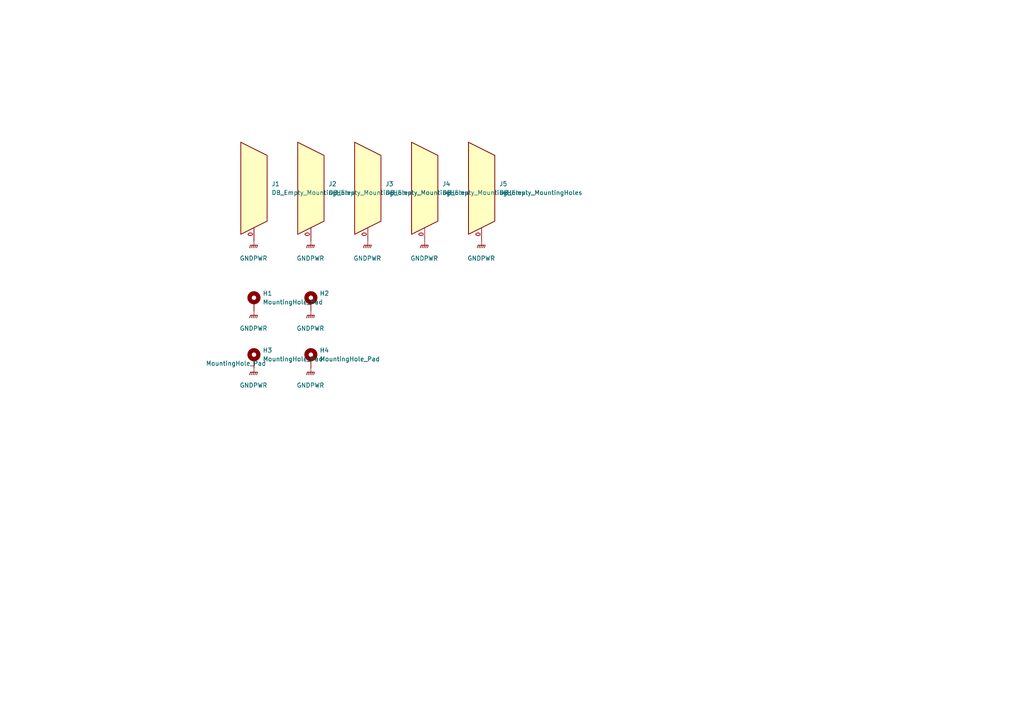
<source format=kicad_sch>
(kicad_sch (version 20211123) (generator eeschema)
  (paper "A4")
  (title_block (title "Front Panel ") (date "2023-01-23") (rev "A") (company "https://github.com/peterheinrich/DA20-C1-ProcedureTrainer ") (comment 1 "Open Hardware ") (comment 2 "License: CERN-OHL-P ") (comment 3 "© 2023 by Peter Heinrich ") (comment 4 "DA20 Hardware Cockpit Simulator Project"))
  (lib_symbols
    (symbol "Mechanical:MountingHole_Pad" (pin_numbers hide) (pin_names (offset 1.016) hide)
      (property "Reference" "H" (at 0 6.35 0))
      (property "Value" "MountingHole_Pad" (at 0 4.445 0))
      (symbol "MountingHole_Pad_0_1"
        (circle (center 0 1.27) (radius 1.27) (stroke (width 1.27)))
      )
      (symbol "MountingHole_Pad_1_1"
        (pin input line (at 0 -2.54 90) (length 2.54) (name "1") (number "1"))
      )
    )
    (symbol "db_cutout_mountingholes:DB_Empty_MountingHoles" (pin_names (offset 1.016) hide)
      (property "Reference" "J?" (at 5.08 1.2701 0))
      (property "Value" "DB9_Female_MountingHoles" (at 5.08 -1.2699 0))
      (symbol "DB_Empty_MountingHoles_0_1"
        (polyline (pts (xy -3.81 13.335) (xy -3.81 -13.335) (xy 3.81 -9.525) (xy 3.81 9.525) (xy -3.81 13.335)) (stroke (width 0.254)) (fill (type background)))
      )
      (symbol "DB_Empty_MountingHoles_1_1"
        (pin passive line (at 0 -15.24 90) (length 3.81) (name "PAD") (number "0"))
      )
    )
    (symbol "power:GNDPWR" (power) (pin_names (offset 0))
      (property "Value" "GNDPWR" (at 0 -3.302 0))
      (symbol "GNDPWR_0_1"
        (polyline (pts (xy 0 -1.27) (xy 0 0)))
        (polyline (pts (xy -1.016 -1.27) (xy -1.27 -2.032) (xy -1.27 -2.032)) (stroke (width 0.2032)))
        (polyline (pts (xy -0.508 -1.27) (xy -0.762 -2.032) (xy -0.762 -2.032)) (stroke (width 0.2032)))
        (polyline (pts (xy 0 -1.27) (xy -0.254 -2.032) (xy -0.254 -2.032)) (stroke (width 0.2032)))
        (polyline (pts (xy 0.508 -1.27) (xy 0.254 -2.032) (xy 0.254 -2.032)) (stroke (width 0.2032)))
        (polyline (pts (xy 1.016 -1.27) (xy -1.016 -1.27) (xy -1.016 -1.27)) (stroke (width 0.2032)))
        (polyline (pts (xy 1.016 -1.27) (xy 0.762 -2.032) (xy 0.762 -2.032) (xy 0.762 -2.032)) (stroke (width 0.2032)))
      )
      (symbol "GNDPWR_1_1"
        (pin power_in line (at 0 0 270) (length 0) hide (name "GNDPWR") (number "1"))
      )
    )
  )
  (symbol (lib_id "db_cutout_mountingholes:DB_Empty_MountingHoles") (at 123.19 54.61 0) (unit 1)
    (property "Reference" "J4" (at 128.27 53.3399 0) (effects (justify left)))
    (property "Value" "DB_Empty_MountingHoles" (at 128.27 55.8799 0) (effects (justify left)))
    (property "Footprint" "dsub_cutouts:DSUB-25_Cutout_MountingHoles" (effects hide))
    (property "Datasheet" " ~" (effects hide))
  )
  (symbol (lib_id "Mechanical:MountingHole_Pad") (at 73.66 87.63 0) (unit 1)
    (property "Reference" "H1" (at 76.2 85.0899 0) (effects (justify left)))
    (property "Value" "MountingHole_Pad" (at 76.2 87.6299 0) (effects (justify left)))
    (property "Footprint" "MountingHole:MountingHole_3.2mm_M3_DIN965_Pad" (effects hide))
  )
  (symbol (lib_id "power:GNDPWR") (at 73.66 69.85 0) (unit 1)
    (property "Reference" "#PWR01" (effects hide))
    (property "Value" "GNDPWR" (at 73.533 74.93 0))
  )
  (symbol (lib_id "Mechanical:MountingHole_Pad") (at 73.66 104.14 0) (unit 1)
    (property "Reference" "H3" (at 76.2 101.5999 0) (effects (justify left)))
    (property "Value" "MountingHole_Pad" (at 76.2 104.1399 0) (effects (justify left)))
    (property "Footprint" "MountingHole:MountingHole_3.2mm_M3_DIN965_Pad" (effects hide))
  )
  (symbol (lib_id "db_cutout_mountingholes:DB_Empty_MountingHoles") (at 106.68 54.61 0) (unit 1)
    (property "Reference" "J3" (at 111.76 53.3399 0) (effects (justify left)))
    (property "Value" "DB_Empty_MountingHoles" (at 111.76 55.8799 0) (effects (justify left)))
    (property "Footprint" "dsub_cutouts:DSUB-25_Cutout_MountingHoles" (effects hide))
    (property "Datasheet" " ~" (effects hide))
  )
  (symbol (lib_id "power:GNDPWR") (at 139.7 69.85 0) (unit 1)
    (property "Reference" "#PWR05" (effects hide))
    (property "Value" "GNDPWR" (at 139.573 74.93 0))
  )
  (symbol (lib_id "power:GNDPWR") (at 90.17 106.68 0) (unit 1)
    (property "Reference" "#PWR09" (effects hide))
    (property "Value" "GNDPWR" (at 90.043 111.76 0))
  )
  (symbol (lib_id "power:GNDPWR") (at 73.66 90.17 0) (unit 1)
    (property "Reference" "#PWR06" (effects hide))
    (property "Value" "GNDPWR" (at 73.533 95.25 0))
  )
  (symbol (lib_id "power:GNDPWR") (at 106.68 69.85 0) (unit 1)
    (property "Reference" "#PWR03" (effects hide))
    (property "Value" "GNDPWR" (at 106.553 74.93 0))
  )
  (symbol (lib_id "db_cutout_mountingholes:DB_Empty_MountingHoles") (at 90.17 54.61 0) (unit 1)
    (property "Reference" "J2" (at 95.25 53.3399 0) (effects (justify left)))
    (property "Value" "DB_Empty_MountingHoles" (at 95.25 55.8799 0) (effects (justify left)))
    (property "Footprint" "dsub_cutouts:DSUB-9_Cutout_MountingHoles" (effects hide))
    (property "Datasheet" " ~" (effects hide))
  )
  (symbol (lib_id "db_cutout_mountingholes:DB_Empty_MountingHoles") (at 139.7 54.61 0) (unit 1)
    (property "Reference" "J5" (at 144.78 53.3399 0) (effects (justify left)))
    (property "Value" "DB_Empty_MountingHoles" (at 144.78 55.8799 0) (effects (justify left)))
    (property "Footprint" "dsub_cutouts:DSUB-15_Cutout_MountingHoles" (effects hide))
    (property "Datasheet" " ~" (effects hide))
  )
  (symbol (lib_id "power:GNDPWR") (at 90.17 90.17 0) (unit 1)
    (property "Reference" "#PWR07" (effects hide))
    (property "Value" "GNDPWR" (at 90.043 95.25 0))
  )
  (symbol (lib_id "power:GNDPWR") (at 123.19 69.85 0) (unit 1)
    (property "Reference" "#PWR04" (effects hide))
    (property "Value" "GNDPWR" (at 123.063 74.93 0))
  )
  (symbol (lib_id "power:GNDPWR") (at 73.66 106.68 0) (unit 1)
    (property "Reference" "#PWR08" (effects hide))
    (property "Value" "GNDPWR" (at 73.533 111.76 0))
  )
  (symbol (lib_id "power:GNDPWR") (at 90.17 69.85 0) (unit 1)
    (property "Reference" "#PWR02" (effects hide))
    (property "Value" "GNDPWR" (at 90.043 74.93 0))
  )
  (symbol (lib_id "Mechanical:MountingHole_Pad") (at 90.17 104.14 0) (unit 1)
    (property "Reference" "H4" (at 92.71 101.5999 0) (effects (justify left)))
    (property "Value" "MountingHole_Pad" (at 92.71 104.1399 0) (effects (justify left)))
    (property "Footprint" "MountingHole:MountingHole_3.2mm_M3_DIN965_Pad" (effects hide))
  )
  (symbol (lib_id "db_cutout_mountingholes:DB_Empty_MountingHoles") (at 73.66 54.61 0) (unit 1)
    (property "Reference" "J1" (at 78.74 53.3399 0) (effects (justify left)))
    (property "Value" "DB_Empty_MountingHoles" (at 78.74 55.8799 0) (effects (justify left)))
    (property "Footprint" "dsub_cutouts:DSUB-9_Cutout_MountingHoles" (effects hide))
    (property "Datasheet" " ~" (effects hide))
  )
  (symbol (lib_id "Mechanical:MountingHole_Pad") (at 90.17 87.63 0) (unit 1)
    (property "Reference" "H2" (at 92.71 85.0899 0) (effects (justify left)))
    (property "Value" "MountingHole_Pad" (at 59.69 105.4099 0) (effects (justify left)))
    (property "Footprint" "MountingHole:MountingHole_3.2mm_M3_DIN965_Pad" (effects hide))
  )
)
</source>
